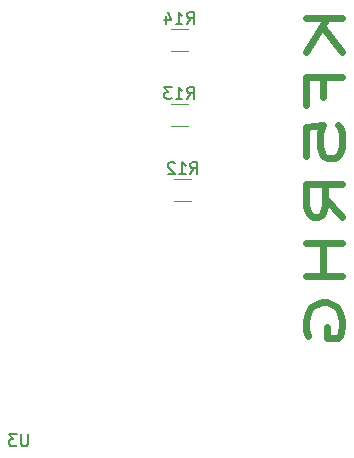
<source format=gbr>
%TF.GenerationSoftware,KiCad,Pcbnew,(5.1.12-1-10_14)*%
%TF.CreationDate,2021-12-21T21:30:39-06:00*%
%TF.ProjectId,Weather,57656174-6865-4722-9e6b-696361645f70,rev?*%
%TF.SameCoordinates,Original*%
%TF.FileFunction,Legend,Bot*%
%TF.FilePolarity,Positive*%
%FSLAX46Y46*%
G04 Gerber Fmt 4.6, Leading zero omitted, Abs format (unit mm)*
G04 Created by KiCad (PCBNEW (5.1.12-1-10_14)) date 2021-12-21 21:30:39*
%MOMM*%
%LPD*%
G01*
G04 APERTURE LIST*
%ADD10C,0.625000*%
%ADD11C,0.120000*%
%ADD12C,0.150000*%
G04 APERTURE END LIST*
D10*
X150632942Y-79384619D02*
X147632942Y-79384619D01*
X150632942Y-82241761D02*
X148918657Y-80098904D01*
X147632942Y-82241761D02*
X149347228Y-79384619D01*
X149061514Y-86051285D02*
X149061514Y-84384619D01*
X150632942Y-84384619D02*
X147632942Y-84384619D01*
X147632942Y-86765571D01*
X147632942Y-91051285D02*
X147632942Y-88670333D01*
X149061514Y-88432238D01*
X148918657Y-88670333D01*
X148775800Y-89146523D01*
X148775800Y-90337000D01*
X148918657Y-90813190D01*
X149061514Y-91051285D01*
X149347228Y-91289380D01*
X150061514Y-91289380D01*
X150347228Y-91051285D01*
X150490085Y-90813190D01*
X150632942Y-90337000D01*
X150632942Y-89146523D01*
X150490085Y-88670333D01*
X150347228Y-88432238D01*
X150632942Y-96289380D02*
X149204371Y-94622714D01*
X150632942Y-93432238D02*
X147632942Y-93432238D01*
X147632942Y-95337000D01*
X147775800Y-95813190D01*
X147918657Y-96051285D01*
X148204371Y-96289380D01*
X148632942Y-96289380D01*
X148918657Y-96051285D01*
X149061514Y-95813190D01*
X149204371Y-95337000D01*
X149204371Y-93432238D01*
X150632942Y-98432238D02*
X147632942Y-98432238D01*
X149061514Y-98432238D02*
X149061514Y-101289380D01*
X150632942Y-101289380D02*
X147632942Y-101289380D01*
X147775800Y-106289380D02*
X147632942Y-105813190D01*
X147632942Y-105098904D01*
X147775800Y-104384619D01*
X148061514Y-103908428D01*
X148347228Y-103670333D01*
X148918657Y-103432238D01*
X149347228Y-103432238D01*
X149918657Y-103670333D01*
X150204371Y-103908428D01*
X150490085Y-104384619D01*
X150632942Y-105098904D01*
X150632942Y-105575095D01*
X150490085Y-106289380D01*
X150347228Y-106527476D01*
X149347228Y-106527476D01*
X149347228Y-105575095D01*
D11*
%TO.C,R12*%
X137887064Y-94890000D02*
X136432936Y-94890000D01*
X137887064Y-93070000D02*
X136432936Y-93070000D01*
%TO.C,R13*%
X137607064Y-88540000D02*
X136152936Y-88540000D01*
X137607064Y-86720000D02*
X136152936Y-86720000D01*
%TO.C,R14*%
X137607064Y-82190000D02*
X136152936Y-82190000D01*
X137607064Y-80370000D02*
X136152936Y-80370000D01*
%TO.C,U3*%
D12*
X124053504Y-114658780D02*
X124053504Y-115468304D01*
X124005885Y-115563542D01*
X123958266Y-115611161D01*
X123863028Y-115658780D01*
X123672552Y-115658780D01*
X123577314Y-115611161D01*
X123529695Y-115563542D01*
X123482076Y-115468304D01*
X123482076Y-114658780D01*
X123101123Y-114658780D02*
X122482076Y-114658780D01*
X122815409Y-115039733D01*
X122672552Y-115039733D01*
X122577314Y-115087352D01*
X122529695Y-115134971D01*
X122482076Y-115230209D01*
X122482076Y-115468304D01*
X122529695Y-115563542D01*
X122577314Y-115611161D01*
X122672552Y-115658780D01*
X122958266Y-115658780D01*
X123053504Y-115611161D01*
X123101123Y-115563542D01*
%TO.C,R12*%
X137802857Y-92612380D02*
X138136190Y-92136190D01*
X138374285Y-92612380D02*
X138374285Y-91612380D01*
X137993333Y-91612380D01*
X137898095Y-91660000D01*
X137850476Y-91707619D01*
X137802857Y-91802857D01*
X137802857Y-91945714D01*
X137850476Y-92040952D01*
X137898095Y-92088571D01*
X137993333Y-92136190D01*
X138374285Y-92136190D01*
X136850476Y-92612380D02*
X137421904Y-92612380D01*
X137136190Y-92612380D02*
X137136190Y-91612380D01*
X137231428Y-91755238D01*
X137326666Y-91850476D01*
X137421904Y-91898095D01*
X136469523Y-91707619D02*
X136421904Y-91660000D01*
X136326666Y-91612380D01*
X136088571Y-91612380D01*
X135993333Y-91660000D01*
X135945714Y-91707619D01*
X135898095Y-91802857D01*
X135898095Y-91898095D01*
X135945714Y-92040952D01*
X136517142Y-92612380D01*
X135898095Y-92612380D01*
%TO.C,R13*%
X137522857Y-86262380D02*
X137856190Y-85786190D01*
X138094285Y-86262380D02*
X138094285Y-85262380D01*
X137713333Y-85262380D01*
X137618095Y-85310000D01*
X137570476Y-85357619D01*
X137522857Y-85452857D01*
X137522857Y-85595714D01*
X137570476Y-85690952D01*
X137618095Y-85738571D01*
X137713333Y-85786190D01*
X138094285Y-85786190D01*
X136570476Y-86262380D02*
X137141904Y-86262380D01*
X136856190Y-86262380D02*
X136856190Y-85262380D01*
X136951428Y-85405238D01*
X137046666Y-85500476D01*
X137141904Y-85548095D01*
X136237142Y-85262380D02*
X135618095Y-85262380D01*
X135951428Y-85643333D01*
X135808571Y-85643333D01*
X135713333Y-85690952D01*
X135665714Y-85738571D01*
X135618095Y-85833809D01*
X135618095Y-86071904D01*
X135665714Y-86167142D01*
X135713333Y-86214761D01*
X135808571Y-86262380D01*
X136094285Y-86262380D01*
X136189523Y-86214761D01*
X136237142Y-86167142D01*
%TO.C,R14*%
X137522857Y-79912380D02*
X137856190Y-79436190D01*
X138094285Y-79912380D02*
X138094285Y-78912380D01*
X137713333Y-78912380D01*
X137618095Y-78960000D01*
X137570476Y-79007619D01*
X137522857Y-79102857D01*
X137522857Y-79245714D01*
X137570476Y-79340952D01*
X137618095Y-79388571D01*
X137713333Y-79436190D01*
X138094285Y-79436190D01*
X136570476Y-79912380D02*
X137141904Y-79912380D01*
X136856190Y-79912380D02*
X136856190Y-78912380D01*
X136951428Y-79055238D01*
X137046666Y-79150476D01*
X137141904Y-79198095D01*
X135713333Y-79245714D02*
X135713333Y-79912380D01*
X135951428Y-78864761D02*
X136189523Y-79579047D01*
X135570476Y-79579047D01*
%TD*%
M02*

</source>
